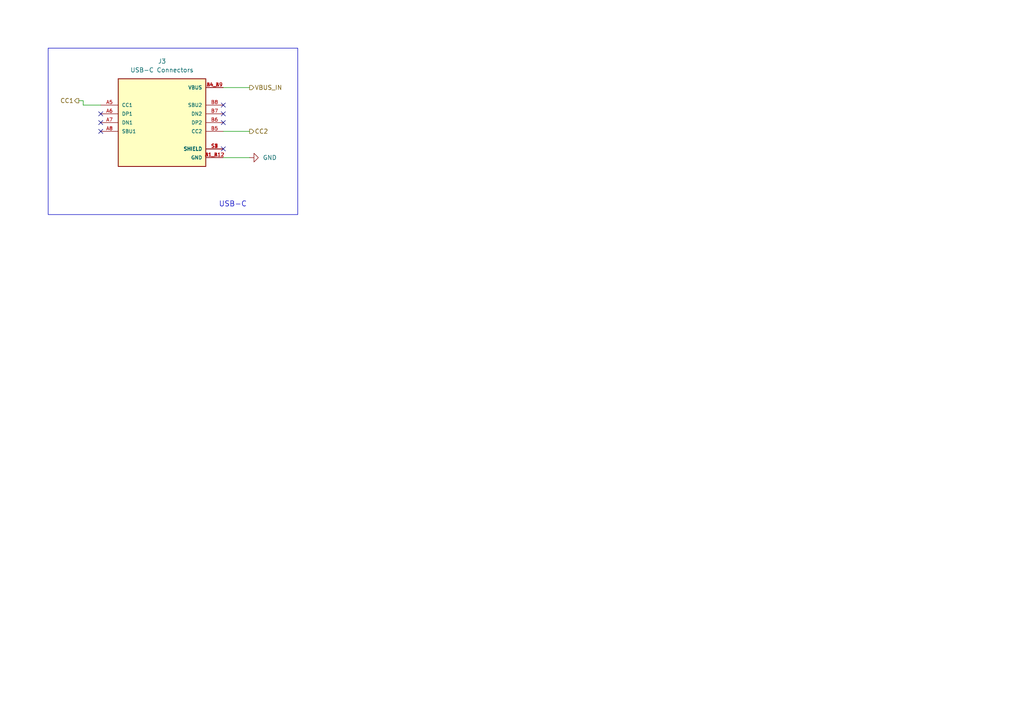
<source format=kicad_sch>
(kicad_sch (version 20231120) (generator "eeschema") (generator_version "8.0")
  (paper "A4")
  (lib_symbols
    (symbol "TYPE-C-31-M-12:TYPE-C-31-M-12" (pin_names (offset 1.016))
      (property "Reference" "J" (at -12.7 13.462 0))
      (property "Value" "TYPE-C-31-M-12" (at -12.7 -13.462 0))
      (symbol "TYPE-C-31-M-12_0_0"
        (rectangle (start -12.7 -12.7) (end 12.7 12.7) (stroke (width 0.254)) (fill (type background)))
        (pin power_in line (at 17.78 -10.16 180) (length 5.08) (name "GND") (number "A1_B12"))
        (pin power_in line (at 17.78 10.16 180) (length 5.08) (name "VBUS") (number "A4_B9"))
        (pin bidirectional line (at -17.78 5.08 0) (length 5.08) (name "CC1") (number "A5"))
        (pin bidirectional line (at -17.78 2.54 0) (length 5.08) (name "DP1") (number "A6"))
        (pin bidirectional line (at -17.78 0 0) (length 5.08) (name "DN1") (number "A7"))
        (pin bidirectional line (at -17.78 -2.54 0) (length 5.08) (name "SBU1") (number "A8"))
        (pin power_in line (at 17.78 -10.16 180) (length 5.08) (name "GND") (number "B1_A12"))
        (pin power_in line (at 17.78 10.16 180) (length 5.08) (name "VBUS") (number "B4_A9"))
        (pin bidirectional line (at 17.78 -2.54 180) (length 5.08) (name "CC2") (number "B5"))
        (pin bidirectional line (at 17.78 0 180) (length 5.08) (name "DP2") (number "B6"))
        (pin bidirectional line (at 17.78 2.54 180) (length 5.08) (name "DN2") (number "B7"))
        (pin bidirectional line (at 17.78 5.08 180) (length 5.08) (name "SBU2") (number "B8"))
        (pin passive line (at 17.78 -7.62 180) (length 5.08) (name "SHIELD") (number "S1"))
        (pin passive line (at 17.78 -7.62 180) (length 5.08) (name "SHIELD") (number "S2"))
        (pin passive line (at 17.78 -7.62 180) (length 5.08) (name "SHIELD") (number "S3"))
        (pin passive line (at 17.78 -7.62 180) (length 5.08) (name "SHIELD") (number "S4"))
      )
    )
    (symbol "power:GND" (power) (pin_numbers hide) (pin_names (offset 0) hide)
      (property "Value" "GND" (at 0 -3.81 0))
      (symbol "GND_0_1"
        (polyline (pts (xy 0 0) (xy 0 -1.27) (xy 1.27 -1.27) (xy 0 -2.54) (xy -1.27 -1.27) (xy 0 -1.27)))
      )
      (symbol "GND_1_1"
        (pin power_in line (at 0 0 270) (length 0) (name "~") (number "1"))
      )
    )
  )
  (no_connect (at 29.21 38.1))
  (no_connect (at 64.77 33.02))
  (no_connect (at 64.77 35.56))
  (no_connect (at 64.77 43.18))
  (no_connect (at 64.77 30.48))
  (no_connect (at 29.21 35.56))
  (no_connect (at 29.21 33.02))
  (wire (pts (xy 64.77 38.1) (xy 72.39 38.1)))
  (wire (pts (xy 24.13 29.21) (xy 24.13 30.48)))
  (wire (pts (xy 24.13 30.48) (xy 29.21 30.48)))
  (wire (pts (xy 64.77 45.72) (xy 72.39 45.72)))
  (wire (pts (xy 64.77 25.4) (xy 72.39 25.4)))
  (wire (pts (xy 22.86 29.21) (xy 24.13 29.21)))
  (rectangle (start 13.97 13.97) (end 86.36 62.23))
  (text "USB-C" (at 71.628 60.198 0) (effects (font (size 1.524 1.524)) (justify right bottom)))
  (hierarchical_label "CC1" (shape output) (at 22.86 29.21 180))
  (hierarchical_label "CC2" (shape output) (at 72.39 38.1 0))
  (hierarchical_label "VBUS_IN" (shape output) (at 72.39 25.4 0))
  (symbol (lib_id "power:GND") (at 72.39 45.72 90) (unit 1)
    (property "Reference" "#PWR022" (effects (hide yes)))
    (property "Value" "GND" (at 76.2 45.7199 90) (effects (justify right)))
    (property "Description" "Power symbol creates a global label with name \"GND\" , ground" (effects (hide yes)))
  )
  (symbol (lib_id "TYPE-C-31-M-12:TYPE-C-31-M-12") (at 46.99 35.56 0) (unit 1)
    (property "Reference" "J3" (at 46.99 17.78 0))
    (property "Value" "USB-C Connectors" (at 46.99 20.32 0))
    (property "Footprint" "TYPE-C-31-M-12:HRO_TYPE-C-31-M-12" (effects (hide yes)))
    (property "Description" "5A 1 16P Female Type-C SMD USB Connectors ROHS " (effects (hide yes)))
    (property "MF" "HRO Electronics Co., Ltd." (effects (hide yes)))
    (property "MAXIMUM_PACKAGE_HEIGHT" "3.26 mm" (effects (hide yes)))
    (property "Package" "SMD" (effects (hide yes)))
    (property "Price" "None" (effects (hide yes)))
    (property "Check_prices" "https://www.snapeda.com/parts/TYPE-C-31-M-12/HRO+Electronics+Co.%252C+Ltd./view-part/?ref=eda" (effects (hide yes)))
    (property "STANDARD" "Manufacturer Recommendations" (effects (hide yes)))
    (property "PARTREV" "2020.12.08" (effects (hide yes)))
    (property "SnapEDA_Link" "https://www.snapeda.com/parts/TYPE-C-31-M-12/HRO+Electronics+Co.%252C+Ltd./view-part/?ref=snap" (effects (hide yes)))
    (property "MP" "TYPE-C-31-M-12" (effects (hide yes)))
    (property "Description_1" "\nUSB Connectors 24 Receptacle 1 8.94*7.3mm RoHS\n" (effects (hide yes)))
    (property "SNAPEDA_PN" "TYPE-C-31-M-12" (effects (hide yes)))
    (property "Availability" "Not in stock" (effects (hide yes)))
    (property "MANUFACTURER" "Korean Hroparts Elec" (effects (hide yes)))
    (property "Type" "Surface Mount " (effects (hide yes)))
    (property "MANUFACTURER_PART_NUMBER" "TYPE-C-31-M-12" (effects (hide yes)))
  )
)
</source>
